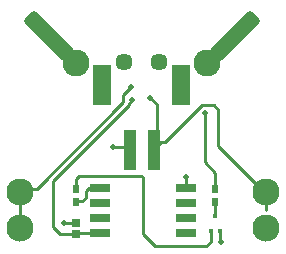
<source format=gtl>
G04*
G04 #@! TF.GenerationSoftware,Altium Limited,Altium Designer,21.8.1 (53)*
G04*
G04 Layer_Physical_Order=1*
G04 Layer_Color=255*
%FSLAX25Y25*%
%MOIN*%
G70*
G04*
G04 #@! TF.SameCoordinates,EAB1D6EC-1EA1-4DD2-ABEC-5B70A443AB20*
G04*
G04*
G04 #@! TF.FilePolarity,Positive*
G04*
G01*
G75*
%ADD11C,0.01000*%
%ADD13R,0.01575X0.01831*%
%ADD14R,0.06890X0.02559*%
%ADD15R,0.03937X0.13780*%
%ADD16R,0.05906X0.13386*%
%ADD17R,0.02362X0.02756*%
%ADD18R,0.02520X0.02559*%
G04:AMPARAMS|DCode=30|XSize=53.15mil|YSize=196.85mil|CornerRadius=13.29mil|HoleSize=0mil|Usage=FLASHONLY|Rotation=135.000|XOffset=0mil|YOffset=0mil|HoleType=Round|Shape=RoundedRectangle|*
%AMROUNDEDRECTD30*
21,1,0.05315,0.17028,0,0,135.0*
21,1,0.02657,0.19685,0,0,135.0*
1,1,0.02657,0.05081,0.06960*
1,1,0.02657,0.06960,0.05081*
1,1,0.02657,-0.05081,-0.06960*
1,1,0.02657,-0.06960,-0.05081*
%
%ADD30ROUNDEDRECTD30*%
G04:AMPARAMS|DCode=31|XSize=53.15mil|YSize=196.85mil|CornerRadius=13.29mil|HoleSize=0mil|Usage=FLASHONLY|Rotation=45.000|XOffset=0mil|YOffset=0mil|HoleType=Round|Shape=RoundedRectangle|*
%AMROUNDEDRECTD31*
21,1,0.05315,0.17028,0,0,45.0*
21,1,0.02657,0.19685,0,0,45.0*
1,1,0.02657,0.06960,-0.05081*
1,1,0.02657,0.05081,-0.06960*
1,1,0.02657,-0.06960,0.05081*
1,1,0.02657,-0.05081,0.06960*
%
%ADD31ROUNDEDRECTD31*%
%ADD32C,0.09055*%
%ADD33C,0.05709*%
%ADD34C,0.09000*%
%ADD35C,0.01968*%
D11*
X77500Y140000D02*
X78925Y141425D01*
Y145012D01*
X82075D02*
X82213Y144874D01*
Y142050D02*
Y144874D01*
Y142050D02*
X82500Y141762D01*
Y141500D02*
Y141762D01*
X60969Y173383D02*
X62406Y174820D01*
X63820D02*
X74500Y185500D01*
X62406Y174820D02*
X63820D01*
X60969Y171968D02*
Y173383D01*
X16525Y159269D02*
X20997D01*
X15555Y158299D02*
X16525Y159269D01*
X20997D02*
X49850Y188122D01*
X75971Y186984D02*
X80016D01*
X81500Y185500D01*
Y173500D02*
Y185500D01*
X46500Y173000D02*
X52063D01*
X53063Y172000D01*
X97445Y152122D02*
Y158299D01*
X15555Y146095D02*
Y158299D01*
X26500Y161944D02*
X51850Y187294D01*
X26500Y146500D02*
Y161944D01*
X28772Y144228D02*
X34000D01*
X26500Y146500D02*
X28772Y144228D01*
X51850Y187658D02*
X52764Y188573D01*
X51850Y187294D02*
Y187658D01*
X49850Y188122D02*
Y190350D01*
X52500Y193000D01*
X52764Y188573D02*
Y188835D01*
X60937Y176921D02*
Y187353D01*
Y172000D02*
Y176921D01*
X58900Y189390D02*
X60937Y187353D01*
X74500Y185513D02*
X75971Y186984D01*
X74500Y185500D02*
Y185513D01*
X96701Y158299D02*
X97445D01*
X81500Y173500D02*
X96701Y158299D01*
X77000Y168000D02*
Y184500D01*
Y168000D02*
X80508Y164492D01*
Y160043D02*
Y164492D01*
X34000Y162500D02*
X35110Y163610D01*
X55890D01*
X56500Y163000D01*
Y144000D02*
Y163000D01*
Y144000D02*
X60500Y140000D01*
X37500Y156617D02*
Y158500D01*
X34290Y155125D02*
X36095D01*
X37284Y156313D02*
Y156401D01*
X36095Y155125D02*
X37284Y156313D01*
X34000Y154835D02*
X34290Y155125D01*
X37284Y156401D02*
X37500Y156617D01*
X38500Y159500D02*
X42228D01*
X37500Y158500D02*
X38500Y159500D01*
X80500Y150500D02*
Y154835D01*
X34000Y159165D02*
Y162500D01*
X60500Y140000D02*
X77500D01*
X70756Y159516D02*
Y163315D01*
Y159516D02*
X70772Y159500D01*
X33922Y147694D02*
X34000Y147772D01*
X30223Y147694D02*
X33922D01*
X42092Y144364D02*
X42228Y144500D01*
X34136Y144364D02*
X42092D01*
X34000Y144228D02*
X34136Y144364D01*
D13*
X78925Y145012D02*
D03*
X82075D02*
D03*
X80500Y149988D02*
D03*
D14*
X70772Y144500D02*
D03*
Y149500D02*
D03*
Y154500D02*
D03*
Y159500D02*
D03*
X42228D02*
D03*
Y154500D02*
D03*
Y149500D02*
D03*
Y144500D02*
D03*
D15*
X59921Y172000D02*
D03*
X52047D02*
D03*
D16*
X69173Y193850D02*
D03*
X42795D02*
D03*
D17*
X80500Y159165D02*
D03*
Y154835D02*
D03*
X34000Y159165D02*
D03*
Y154835D02*
D03*
D18*
Y144228D02*
D03*
Y147772D02*
D03*
D30*
X87106Y210142D02*
D03*
D31*
X25000Y210000D02*
D03*
D32*
X97445Y146095D02*
D03*
Y158299D02*
D03*
X15555D02*
D03*
Y146095D02*
D03*
D33*
X61811Y201500D02*
D03*
X50000D02*
D03*
D34*
X34000Y201000D02*
D03*
X77613Y200996D02*
D03*
D35*
X46500Y173000D02*
D03*
X52764Y188835D02*
D03*
X52500Y193000D02*
D03*
X77000Y184500D02*
D03*
X82500Y141500D02*
D03*
X70756Y163315D02*
D03*
X30223Y147694D02*
D03*
X58900Y189390D02*
D03*
M02*

</source>
